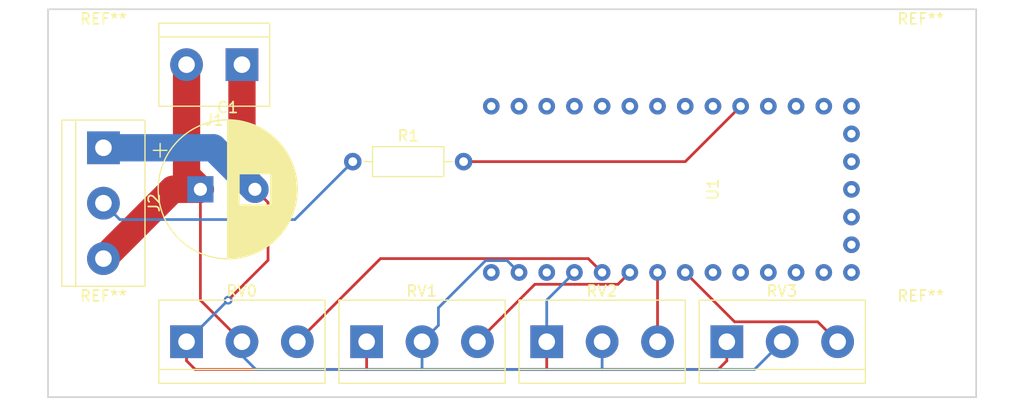
<source format=kicad_pcb>
(kicad_pcb (version 20171130) (host pcbnew "(5.0.0)")

  (general
    (thickness 1.6)
    (drawings 4)
    (tracks 56)
    (zones 0)
    (modules 13)
    (nets 35)
  )

  (page A4)
  (layers
    (0 F.Cu signal)
    (31 B.Cu signal)
    (32 B.Adhes user)
    (33 F.Adhes user)
    (34 B.Paste user)
    (35 F.Paste user)
    (36 B.SilkS user)
    (37 F.SilkS user)
    (38 B.Mask user)
    (39 F.Mask user)
    (40 Dwgs.User user)
    (41 Cmts.User user)
    (42 Eco1.User user)
    (43 Eco2.User user)
    (44 Edge.Cuts user)
    (45 Margin user)
    (46 B.CrtYd user)
    (47 F.CrtYd user)
    (48 B.Fab user)
    (49 F.Fab user)
  )

  (setup
    (last_trace_width 0.25)
    (user_trace_width 2.5)
    (trace_clearance 0.2)
    (zone_clearance 0.508)
    (zone_45_only no)
    (trace_min 0.2)
    (segment_width 0.2)
    (edge_width 0.15)
    (via_size 0.8)
    (via_drill 0.4)
    (via_min_size 0.4)
    (via_min_drill 0.3)
    (uvia_size 0.3)
    (uvia_drill 0.1)
    (uvias_allowed no)
    (uvia_min_size 0.2)
    (uvia_min_drill 0.1)
    (pcb_text_width 0.3)
    (pcb_text_size 1.5 1.5)
    (mod_edge_width 0.15)
    (mod_text_size 1 1)
    (mod_text_width 0.15)
    (pad_size 1.524 1.524)
    (pad_drill 0.762)
    (pad_to_mask_clearance 0.2)
    (aux_axis_origin 0 0)
    (visible_elements 7FFFFFFF)
    (pcbplotparams
      (layerselection 0x010fc_ffffffff)
      (usegerberextensions false)
      (usegerberattributes false)
      (usegerberadvancedattributes false)
      (creategerberjobfile false)
      (excludeedgelayer true)
      (linewidth 0.100000)
      (plotframeref false)
      (viasonmask false)
      (mode 1)
      (useauxorigin false)
      (hpglpennumber 1)
      (hpglpenspeed 20)
      (hpglpendiameter 15.000000)
      (psnegative false)
      (psa4output false)
      (plotreference true)
      (plotvalue true)
      (plotinvisibletext false)
      (padsonsilk false)
      (subtractmaskfromsilk false)
      (outputformat 1)
      (mirror false)
      (drillshape 1)
      (scaleselection 1)
      (outputdirectory ""))
  )

  (net 0 "")
  (net 1 +5V)
  (net 2 "Net-(J2-Pad2)")
  (net 3 GND)
  (net 4 Signal)
  (net 5 "Net-(U1-Pad9)")
  (net 6 "Net-(U1-Pad3)")
  (net 7 "Net-(U1-Pad10)")
  (net 8 "Net-(U1-Pad11)")
  (net 9 "Net-(U1-Pad12)")
  (net 10 "Net-(U1-Pad13)")
  (net 11 "Net-(U1-Pad1)")
  (net 12 "Net-(U1-Pad14)")
  (net 13 "Net-(U1-Pad15)")
  (net 14 "Net-(U1-Pad16)")
  (net 15 "Net-(U1-Pad17)")
  (net 16 "Net-(U1-Pad18)")
  (net 17 "Net-(U1-Pad19)")
  (net 18 "Net-(U1-Pad20)")
  (net 19 "Net-(U1-Pad21)")
  (net 20 "Net-(U1-Pad22)")
  (net 21 "Net-(U1-Pad23)")
  (net 22 "Net-(U1-Pad25)")
  (net 23 "Net-(U1-Pad26)")
  (net 24 "Net-(U1-Pad27)")
  (net 25 "Net-(U1-Pad28)")
  (net 26 "Net-(U1-Pad29)")
  (net 27 "Net-(U1-Pad30)")
  (net 28 "Net-(U1-Pad31)")
  (net 29 "Net-(U1-Pad32)")
  (net 30 "Net-(U1-Pad33)")
  (net 31 "Net-(RV0-Pad3)")
  (net 32 "Net-(RV1-Pad3)")
  (net 33 "Net-(RV2-Pad3)")
  (net 34 "Net-(RV3-Pad3)")

  (net_class Default "This is the default net class."
    (clearance 0.2)
    (trace_width 0.25)
    (via_dia 0.8)
    (via_drill 0.4)
    (uvia_dia 0.3)
    (uvia_drill 0.1)
    (add_net +5V)
    (add_net GND)
    (add_net "Net-(J2-Pad2)")
    (add_net "Net-(RV0-Pad3)")
    (add_net "Net-(RV1-Pad3)")
    (add_net "Net-(RV2-Pad3)")
    (add_net "Net-(RV3-Pad3)")
    (add_net "Net-(U1-Pad1)")
    (add_net "Net-(U1-Pad10)")
    (add_net "Net-(U1-Pad11)")
    (add_net "Net-(U1-Pad12)")
    (add_net "Net-(U1-Pad13)")
    (add_net "Net-(U1-Pad14)")
    (add_net "Net-(U1-Pad15)")
    (add_net "Net-(U1-Pad16)")
    (add_net "Net-(U1-Pad17)")
    (add_net "Net-(U1-Pad18)")
    (add_net "Net-(U1-Pad19)")
    (add_net "Net-(U1-Pad20)")
    (add_net "Net-(U1-Pad21)")
    (add_net "Net-(U1-Pad22)")
    (add_net "Net-(U1-Pad23)")
    (add_net "Net-(U1-Pad25)")
    (add_net "Net-(U1-Pad26)")
    (add_net "Net-(U1-Pad27)")
    (add_net "Net-(U1-Pad28)")
    (add_net "Net-(U1-Pad29)")
    (add_net "Net-(U1-Pad3)")
    (add_net "Net-(U1-Pad30)")
    (add_net "Net-(U1-Pad31)")
    (add_net "Net-(U1-Pad32)")
    (add_net "Net-(U1-Pad33)")
    (add_net "Net-(U1-Pad9)")
    (add_net Signal)
  )

  (module MountingHole:MountingHole_3.2mm_M3 (layer F.Cu) (tedit 56D1B4CB) (tstamp 60358307)
    (at 133.35 123.19)
    (descr "Mounting Hole 3.2mm, no annular, M3")
    (tags "mounting hole 3.2mm no annular m3")
    (attr virtual)
    (fp_text reference REF** (at 0 -4.2) (layer F.SilkS)
      (effects (font (size 1 1) (thickness 0.15)))
    )
    (fp_text value MountingHole_3.2mm_M3 (at 0 4.2) (layer F.Fab)
      (effects (font (size 1 1) (thickness 0.15)))
    )
    (fp_text user %R (at 0.3 0) (layer F.Fab)
      (effects (font (size 1 1) (thickness 0.15)))
    )
    (fp_circle (center 0 0) (end 3.2 0) (layer Cmts.User) (width 0.15))
    (fp_circle (center 0 0) (end 3.45 0) (layer F.CrtYd) (width 0.05))
    (pad 1 np_thru_hole circle (at 0 0) (size 3.2 3.2) (drill 3.2) (layers *.Cu *.Mask))
  )

  (module MountingHole:MountingHole_3.2mm_M3 (layer F.Cu) (tedit 56D1B4CB) (tstamp 60357082)
    (at 208.28 123.19)
    (descr "Mounting Hole 3.2mm, no annular, M3")
    (tags "mounting hole 3.2mm no annular m3")
    (attr virtual)
    (fp_text reference REF** (at 0 -4.2) (layer F.SilkS)
      (effects (font (size 1 1) (thickness 0.15)))
    )
    (fp_text value MountingHole_3.2mm_M3 (at 0 4.2) (layer F.Fab)
      (effects (font (size 1 1) (thickness 0.15)))
    )
    (fp_text user %R (at 0.3 0) (layer F.Fab)
      (effects (font (size 1 1) (thickness 0.15)))
    )
    (fp_circle (center 0 0) (end 3.2 0) (layer Cmts.User) (width 0.15))
    (fp_circle (center 0 0) (end 3.45 0) (layer F.CrtYd) (width 0.05))
    (pad 1 np_thru_hole circle (at 0 0) (size 3.2 3.2) (drill 3.2) (layers *.Cu *.Mask))
  )

  (module MountingHole:MountingHole_3.2mm_M3 (layer F.Cu) (tedit 56D1B4CB) (tstamp 60357082)
    (at 208.28 97.79)
    (descr "Mounting Hole 3.2mm, no annular, M3")
    (tags "mounting hole 3.2mm no annular m3")
    (attr virtual)
    (fp_text reference REF** (at 0 -4.2) (layer F.SilkS)
      (effects (font (size 1 1) (thickness 0.15)))
    )
    (fp_text value MountingHole_3.2mm_M3 (at 0 4.2) (layer F.Fab)
      (effects (font (size 1 1) (thickness 0.15)))
    )
    (fp_text user %R (at 0.3 0) (layer F.Fab)
      (effects (font (size 1 1) (thickness 0.15)))
    )
    (fp_circle (center 0 0) (end 3.2 0) (layer Cmts.User) (width 0.15))
    (fp_circle (center 0 0) (end 3.45 0) (layer F.CrtYd) (width 0.05))
    (pad 1 np_thru_hole circle (at 0 0) (size 3.2 3.2) (drill 3.2) (layers *.Cu *.Mask))
  )

  (module TerminalBlock:TerminalBlock_bornier-3_P5.08mm (layer F.Cu) (tedit 59FF03B9) (tstamp 60354C01)
    (at 190.5 123.19)
    (descr "simple 3-pin terminal block, pitch 5.08mm, revamped version of bornier3")
    (tags "terminal block bornier3")
    (path /602F751B)
    (fp_text reference RV3 (at 5.05 -4.65) (layer F.SilkS)
      (effects (font (size 1 1) (thickness 0.15)))
    )
    (fp_text value R_POT (at 5.08 5.08) (layer F.Fab)
      (effects (font (size 1 1) (thickness 0.15)))
    )
    (fp_line (start 12.88 4) (end -2.72 4) (layer F.CrtYd) (width 0.05))
    (fp_line (start 12.88 4) (end 12.88 -4) (layer F.CrtYd) (width 0.05))
    (fp_line (start -2.72 -4) (end -2.72 4) (layer F.CrtYd) (width 0.05))
    (fp_line (start -2.72 -4) (end 12.88 -4) (layer F.CrtYd) (width 0.05))
    (fp_line (start -2.54 3.81) (end 12.7 3.81) (layer F.SilkS) (width 0.12))
    (fp_line (start -2.54 -3.81) (end 12.7 -3.81) (layer F.SilkS) (width 0.12))
    (fp_line (start -2.54 2.54) (end 12.7 2.54) (layer F.SilkS) (width 0.12))
    (fp_line (start 12.7 3.81) (end 12.7 -3.81) (layer F.SilkS) (width 0.12))
    (fp_line (start -2.54 3.81) (end -2.54 -3.81) (layer F.SilkS) (width 0.12))
    (fp_line (start -2.47 3.75) (end -2.47 -3.75) (layer F.Fab) (width 0.1))
    (fp_line (start 12.63 3.75) (end -2.47 3.75) (layer F.Fab) (width 0.1))
    (fp_line (start 12.63 -3.75) (end 12.63 3.75) (layer F.Fab) (width 0.1))
    (fp_line (start -2.47 -3.75) (end 12.63 -3.75) (layer F.Fab) (width 0.1))
    (fp_line (start -2.47 2.55) (end 12.63 2.55) (layer F.Fab) (width 0.1))
    (fp_text user %R (at 5.08 0) (layer F.Fab)
      (effects (font (size 1 1) (thickness 0.15)))
    )
    (pad 3 thru_hole circle (at 10.16 0) (size 3 3) (drill 1.52) (layers *.Cu *.Mask)
      (net 34 "Net-(RV3-Pad3)"))
    (pad 2 thru_hole circle (at 5.08 0) (size 3 3) (drill 1.52) (layers *.Cu *.Mask)
      (net 1 +5V))
    (pad 1 thru_hole rect (at 0 0) (size 3 3) (drill 1.52) (layers *.Cu *.Mask)
      (net 3 GND))
    (model ${KISYS3DMOD}/TerminalBlock.3dshapes/TerminalBlock_bornier-3_P5.08mm.wrl
      (offset (xyz 5.079999923706055 0 0))
      (scale (xyz 1 1 1))
      (rotate (xyz 0 0 0))
    )
  )

  (module TerminalBlock:TerminalBlock_bornier-3_P5.08mm (layer F.Cu) (tedit 59FF03B9) (tstamp 60354BEB)
    (at 173.99 123.19)
    (descr "simple 3-pin terminal block, pitch 5.08mm, revamped version of bornier3")
    (tags "terminal block bornier3")
    (path /602F75E6)
    (fp_text reference RV2 (at 5.05 -4.65) (layer F.SilkS)
      (effects (font (size 1 1) (thickness 0.15)))
    )
    (fp_text value R_POT (at 5.08 5.08) (layer F.Fab)
      (effects (font (size 1 1) (thickness 0.15)))
    )
    (fp_text user %R (at 5.08 0) (layer F.Fab)
      (effects (font (size 1 1) (thickness 0.15)))
    )
    (fp_line (start -2.47 2.55) (end 12.63 2.55) (layer F.Fab) (width 0.1))
    (fp_line (start -2.47 -3.75) (end 12.63 -3.75) (layer F.Fab) (width 0.1))
    (fp_line (start 12.63 -3.75) (end 12.63 3.75) (layer F.Fab) (width 0.1))
    (fp_line (start 12.63 3.75) (end -2.47 3.75) (layer F.Fab) (width 0.1))
    (fp_line (start -2.47 3.75) (end -2.47 -3.75) (layer F.Fab) (width 0.1))
    (fp_line (start -2.54 3.81) (end -2.54 -3.81) (layer F.SilkS) (width 0.12))
    (fp_line (start 12.7 3.81) (end 12.7 -3.81) (layer F.SilkS) (width 0.12))
    (fp_line (start -2.54 2.54) (end 12.7 2.54) (layer F.SilkS) (width 0.12))
    (fp_line (start -2.54 -3.81) (end 12.7 -3.81) (layer F.SilkS) (width 0.12))
    (fp_line (start -2.54 3.81) (end 12.7 3.81) (layer F.SilkS) (width 0.12))
    (fp_line (start -2.72 -4) (end 12.88 -4) (layer F.CrtYd) (width 0.05))
    (fp_line (start -2.72 -4) (end -2.72 4) (layer F.CrtYd) (width 0.05))
    (fp_line (start 12.88 4) (end 12.88 -4) (layer F.CrtYd) (width 0.05))
    (fp_line (start 12.88 4) (end -2.72 4) (layer F.CrtYd) (width 0.05))
    (pad 1 thru_hole rect (at 0 0) (size 3 3) (drill 1.52) (layers *.Cu *.Mask)
      (net 3 GND))
    (pad 2 thru_hole circle (at 5.08 0) (size 3 3) (drill 1.52) (layers *.Cu *.Mask)
      (net 1 +5V))
    (pad 3 thru_hole circle (at 10.16 0) (size 3 3) (drill 1.52) (layers *.Cu *.Mask)
      (net 33 "Net-(RV2-Pad3)"))
    (model ${KISYS3DMOD}/TerminalBlock.3dshapes/TerminalBlock_bornier-3_P5.08mm.wrl
      (offset (xyz 5.079999923706055 0 0))
      (scale (xyz 1 1 1))
      (rotate (xyz 0 0 0))
    )
  )

  (module TerminalBlock:TerminalBlock_bornier-3_P5.08mm (layer F.Cu) (tedit 59FF03B9) (tstamp 60354BD5)
    (at 157.48 123.19)
    (descr "simple 3-pin terminal block, pitch 5.08mm, revamped version of bornier3")
    (tags "terminal block bornier3")
    (path /602F762E)
    (fp_text reference RV1 (at 5.05 -4.65) (layer F.SilkS)
      (effects (font (size 1 1) (thickness 0.15)))
    )
    (fp_text value R_POT (at 5.08 5.08) (layer F.Fab)
      (effects (font (size 1 1) (thickness 0.15)))
    )
    (fp_line (start 12.88 4) (end -2.72 4) (layer F.CrtYd) (width 0.05))
    (fp_line (start 12.88 4) (end 12.88 -4) (layer F.CrtYd) (width 0.05))
    (fp_line (start -2.72 -4) (end -2.72 4) (layer F.CrtYd) (width 0.05))
    (fp_line (start -2.72 -4) (end 12.88 -4) (layer F.CrtYd) (width 0.05))
    (fp_line (start -2.54 3.81) (end 12.7 3.81) (layer F.SilkS) (width 0.12))
    (fp_line (start -2.54 -3.81) (end 12.7 -3.81) (layer F.SilkS) (width 0.12))
    (fp_line (start -2.54 2.54) (end 12.7 2.54) (layer F.SilkS) (width 0.12))
    (fp_line (start 12.7 3.81) (end 12.7 -3.81) (layer F.SilkS) (width 0.12))
    (fp_line (start -2.54 3.81) (end -2.54 -3.81) (layer F.SilkS) (width 0.12))
    (fp_line (start -2.47 3.75) (end -2.47 -3.75) (layer F.Fab) (width 0.1))
    (fp_line (start 12.63 3.75) (end -2.47 3.75) (layer F.Fab) (width 0.1))
    (fp_line (start 12.63 -3.75) (end 12.63 3.75) (layer F.Fab) (width 0.1))
    (fp_line (start -2.47 -3.75) (end 12.63 -3.75) (layer F.Fab) (width 0.1))
    (fp_line (start -2.47 2.55) (end 12.63 2.55) (layer F.Fab) (width 0.1))
    (fp_text user %R (at 5.08 0) (layer F.Fab)
      (effects (font (size 1 1) (thickness 0.15)))
    )
    (pad 3 thru_hole circle (at 10.16 0) (size 3 3) (drill 1.52) (layers *.Cu *.Mask)
      (net 32 "Net-(RV1-Pad3)"))
    (pad 2 thru_hole circle (at 5.08 0) (size 3 3) (drill 1.52) (layers *.Cu *.Mask)
      (net 1 +5V))
    (pad 1 thru_hole rect (at 0 0) (size 3 3) (drill 1.52) (layers *.Cu *.Mask)
      (net 3 GND))
    (model ${KISYS3DMOD}/TerminalBlock.3dshapes/TerminalBlock_bornier-3_P5.08mm.wrl
      (offset (xyz 5.079999923706055 0 0))
      (scale (xyz 1 1 1))
      (rotate (xyz 0 0 0))
    )
  )

  (module TerminalBlock:TerminalBlock_bornier-3_P5.08mm (layer F.Cu) (tedit 59FF03B9) (tstamp 60354BBF)
    (at 140.97 123.19)
    (descr "simple 3-pin terminal block, pitch 5.08mm, revamped version of bornier3")
    (tags "terminal block bornier3")
    (path /602F767B)
    (fp_text reference RV0 (at 5.05 -4.65) (layer F.SilkS)
      (effects (font (size 1 1) (thickness 0.15)))
    )
    (fp_text value R_POT (at 5.08 5.08) (layer F.Fab)
      (effects (font (size 1 1) (thickness 0.15)))
    )
    (fp_text user %R (at 5.08 0) (layer F.Fab)
      (effects (font (size 1 1) (thickness 0.15)))
    )
    (fp_line (start -2.47 2.55) (end 12.63 2.55) (layer F.Fab) (width 0.1))
    (fp_line (start -2.47 -3.75) (end 12.63 -3.75) (layer F.Fab) (width 0.1))
    (fp_line (start 12.63 -3.75) (end 12.63 3.75) (layer F.Fab) (width 0.1))
    (fp_line (start 12.63 3.75) (end -2.47 3.75) (layer F.Fab) (width 0.1))
    (fp_line (start -2.47 3.75) (end -2.47 -3.75) (layer F.Fab) (width 0.1))
    (fp_line (start -2.54 3.81) (end -2.54 -3.81) (layer F.SilkS) (width 0.12))
    (fp_line (start 12.7 3.81) (end 12.7 -3.81) (layer F.SilkS) (width 0.12))
    (fp_line (start -2.54 2.54) (end 12.7 2.54) (layer F.SilkS) (width 0.12))
    (fp_line (start -2.54 -3.81) (end 12.7 -3.81) (layer F.SilkS) (width 0.12))
    (fp_line (start -2.54 3.81) (end 12.7 3.81) (layer F.SilkS) (width 0.12))
    (fp_line (start -2.72 -4) (end 12.88 -4) (layer F.CrtYd) (width 0.05))
    (fp_line (start -2.72 -4) (end -2.72 4) (layer F.CrtYd) (width 0.05))
    (fp_line (start 12.88 4) (end 12.88 -4) (layer F.CrtYd) (width 0.05))
    (fp_line (start 12.88 4) (end -2.72 4) (layer F.CrtYd) (width 0.05))
    (pad 1 thru_hole rect (at 0 0) (size 3 3) (drill 1.52) (layers *.Cu *.Mask)
      (net 3 GND))
    (pad 2 thru_hole circle (at 5.08 0) (size 3 3) (drill 1.52) (layers *.Cu *.Mask)
      (net 1 +5V))
    (pad 3 thru_hole circle (at 10.16 0) (size 3 3) (drill 1.52) (layers *.Cu *.Mask)
      (net 31 "Net-(RV0-Pad3)"))
    (model ${KISYS3DMOD}/TerminalBlock.3dshapes/TerminalBlock_bornier-3_P5.08mm.wrl
      (offset (xyz 5.079999923706055 0 0))
      (scale (xyz 1 1 1))
      (rotate (xyz 0 0 0))
    )
  )

  (module Socket:itsy_bitsy (layer F.Cu) (tedit 602F4B36) (tstamp 60351037)
    (at 168.91 116.84 90)
    (path /602F6D1C)
    (fp_text reference U1 (at 7.62 20.32 90) (layer F.SilkS)
      (effects (font (size 1 1) (thickness 0.15)))
    )
    (fp_text value itsy_bitsy (at 7.62 17.78 90) (layer F.Fab)
      (effects (font (size 1 1) (thickness 0.15)))
    )
    (pad 1 thru_hole circle (at 0 0 90) (size 1.524 1.524) (drill 0.762) (layers *.Cu *.Mask)
      (net 11 "Net-(U1-Pad1)"))
    (pad 2 thru_hole circle (at 0 2.54 90) (size 1.524 1.524) (drill 0.762) (layers *.Cu *.Mask)
      (net 1 +5V))
    (pad 3 thru_hole circle (at 0 5.08 90) (size 1.524 1.524) (drill 0.762) (layers *.Cu *.Mask)
      (net 6 "Net-(U1-Pad3)"))
    (pad 4 thru_hole circle (at 0 7.62 90) (size 1.524 1.524) (drill 0.762) (layers *.Cu *.Mask)
      (net 3 GND))
    (pad 5 thru_hole circle (at 0 10.16 90) (size 1.524 1.524) (drill 0.762) (layers *.Cu *.Mask)
      (net 31 "Net-(RV0-Pad3)"))
    (pad 6 thru_hole circle (at 0 12.7 90) (size 1.524 1.524) (drill 0.762) (layers *.Cu *.Mask)
      (net 32 "Net-(RV1-Pad3)"))
    (pad 7 thru_hole circle (at 0 15.24 90) (size 1.524 1.524) (drill 0.762) (layers *.Cu *.Mask)
      (net 33 "Net-(RV2-Pad3)"))
    (pad 8 thru_hole circle (at 0 17.78 90) (size 1.524 1.524) (drill 0.762) (layers *.Cu *.Mask)
      (net 34 "Net-(RV3-Pad3)"))
    (pad 9 thru_hole circle (at 0 20.32 90) (size 1.524 1.524) (drill 0.762) (layers *.Cu *.Mask)
      (net 5 "Net-(U1-Pad9)"))
    (pad 10 thru_hole circle (at 0 22.86 90) (size 1.524 1.524) (drill 0.762) (layers *.Cu *.Mask)
      (net 7 "Net-(U1-Pad10)"))
    (pad 11 thru_hole circle (at 0 25.4 90) (size 1.524 1.524) (drill 0.762) (layers *.Cu *.Mask)
      (net 8 "Net-(U1-Pad11)"))
    (pad 12 thru_hole circle (at 0 27.94 90) (size 1.524 1.524) (drill 0.762) (layers *.Cu *.Mask)
      (net 9 "Net-(U1-Pad12)"))
    (pad 13 thru_hole circle (at 0 30.48 90) (size 1.524 1.524) (drill 0.762) (layers *.Cu *.Mask)
      (net 10 "Net-(U1-Pad13)"))
    (pad 14 thru_hole circle (at 0 33.02 90) (size 1.524 1.524) (drill 0.762) (layers *.Cu *.Mask)
      (net 12 "Net-(U1-Pad14)"))
    (pad 15 thru_hole circle (at 2.54 33.02 90) (size 1.524 1.524) (drill 0.762) (layers *.Cu *.Mask)
      (net 13 "Net-(U1-Pad15)"))
    (pad 16 thru_hole circle (at 5.08 33.02 90) (size 1.524 1.524) (drill 0.762) (layers *.Cu *.Mask)
      (net 14 "Net-(U1-Pad16)"))
    (pad 17 thru_hole circle (at 7.62 33.02 90) (size 1.524 1.524) (drill 0.762) (layers *.Cu *.Mask)
      (net 15 "Net-(U1-Pad17)"))
    (pad 18 thru_hole circle (at 10.16 33.02 90) (size 1.524 1.524) (drill 0.762) (layers *.Cu *.Mask)
      (net 16 "Net-(U1-Pad18)"))
    (pad 19 thru_hole circle (at 12.7 33.02 90) (size 1.524 1.524) (drill 0.762) (layers *.Cu *.Mask)
      (net 17 "Net-(U1-Pad19)"))
    (pad 20 thru_hole circle (at 15.24 33.02 90) (size 1.524 1.524) (drill 0.762) (layers *.Cu *.Mask)
      (net 18 "Net-(U1-Pad20)"))
    (pad 21 thru_hole circle (at 15.24 30.48 90) (size 1.524 1.524) (drill 0.762) (layers *.Cu *.Mask)
      (net 19 "Net-(U1-Pad21)"))
    (pad 22 thru_hole circle (at 15.24 27.94 90) (size 1.524 1.524) (drill 0.762) (layers *.Cu *.Mask)
      (net 20 "Net-(U1-Pad22)"))
    (pad 23 thru_hole circle (at 15.24 25.4 90) (size 1.524 1.524) (drill 0.762) (layers *.Cu *.Mask)
      (net 21 "Net-(U1-Pad23)"))
    (pad 24 thru_hole circle (at 15.24 22.86 90) (size 1.524 1.524) (drill 0.762) (layers *.Cu *.Mask)
      (net 4 Signal))
    (pad 25 thru_hole circle (at 15.24 20.32 90) (size 1.524 1.524) (drill 0.762) (layers *.Cu *.Mask)
      (net 22 "Net-(U1-Pad25)"))
    (pad 26 thru_hole circle (at 15.24 17.78 90) (size 1.524 1.524) (drill 0.762) (layers *.Cu *.Mask)
      (net 23 "Net-(U1-Pad26)"))
    (pad 27 thru_hole circle (at 15.24 15.24 90) (size 1.524 1.524) (drill 0.762) (layers *.Cu *.Mask)
      (net 24 "Net-(U1-Pad27)"))
    (pad 28 thru_hole circle (at 15.24 12.7 90) (size 1.524 1.524) (drill 0.762) (layers *.Cu *.Mask)
      (net 25 "Net-(U1-Pad28)"))
    (pad 29 thru_hole circle (at 15.24 10.16 90) (size 1.524 1.524) (drill 0.762) (layers *.Cu *.Mask)
      (net 26 "Net-(U1-Pad29)"))
    (pad 30 thru_hole circle (at 15.24 7.62 90) (size 1.524 1.524) (drill 0.762) (layers *.Cu *.Mask)
      (net 27 "Net-(U1-Pad30)"))
    (pad 31 thru_hole circle (at 15.24 5.08 90) (size 1.524 1.524) (drill 0.762) (layers *.Cu *.Mask)
      (net 28 "Net-(U1-Pad31)"))
    (pad 32 thru_hole circle (at 15.24 2.54 90) (size 1.524 1.524) (drill 0.762) (layers *.Cu *.Mask)
      (net 29 "Net-(U1-Pad32)"))
    (pad 33 thru_hole circle (at 15.24 0 90) (size 1.524 1.524) (drill 0.762) (layers *.Cu *.Mask)
      (net 30 "Net-(U1-Pad33)"))
  )

  (module Capacitor_THT:CP_Radial_D12.5mm_P5.00mm (layer F.Cu) (tedit 5AE50EF1) (tstamp 603579D3)
    (at 142.24 109.22)
    (descr "CP, Radial series, Radial, pin pitch=5.00mm, , diameter=12.5mm, Electrolytic Capacitor")
    (tags "CP Radial series Radial pin pitch 5.00mm  diameter 12.5mm Electrolytic Capacitor")
    (path /602F1825)
    (fp_text reference C1 (at 2.5 -7.5) (layer F.SilkS)
      (effects (font (size 1 1) (thickness 0.15)))
    )
    (fp_text value 4700uF (at 2.5 7.5) (layer F.Fab)
      (effects (font (size 1 1) (thickness 0.15)))
    )
    (fp_circle (center 2.5 0) (end 8.75 0) (layer F.Fab) (width 0.1))
    (fp_circle (center 2.5 0) (end 8.87 0) (layer F.SilkS) (width 0.12))
    (fp_circle (center 2.5 0) (end 9 0) (layer F.CrtYd) (width 0.05))
    (fp_line (start -2.866489 -2.7375) (end -1.616489 -2.7375) (layer F.Fab) (width 0.1))
    (fp_line (start -2.241489 -3.3625) (end -2.241489 -2.1125) (layer F.Fab) (width 0.1))
    (fp_line (start 2.5 -6.33) (end 2.5 6.33) (layer F.SilkS) (width 0.12))
    (fp_line (start 2.54 -6.33) (end 2.54 6.33) (layer F.SilkS) (width 0.12))
    (fp_line (start 2.58 -6.33) (end 2.58 6.33) (layer F.SilkS) (width 0.12))
    (fp_line (start 2.62 -6.329) (end 2.62 6.329) (layer F.SilkS) (width 0.12))
    (fp_line (start 2.66 -6.328) (end 2.66 6.328) (layer F.SilkS) (width 0.12))
    (fp_line (start 2.7 -6.327) (end 2.7 6.327) (layer F.SilkS) (width 0.12))
    (fp_line (start 2.74 -6.326) (end 2.74 6.326) (layer F.SilkS) (width 0.12))
    (fp_line (start 2.78 -6.324) (end 2.78 6.324) (layer F.SilkS) (width 0.12))
    (fp_line (start 2.82 -6.322) (end 2.82 6.322) (layer F.SilkS) (width 0.12))
    (fp_line (start 2.86 -6.32) (end 2.86 6.32) (layer F.SilkS) (width 0.12))
    (fp_line (start 2.9 -6.318) (end 2.9 6.318) (layer F.SilkS) (width 0.12))
    (fp_line (start 2.94 -6.315) (end 2.94 6.315) (layer F.SilkS) (width 0.12))
    (fp_line (start 2.98 -6.312) (end 2.98 6.312) (layer F.SilkS) (width 0.12))
    (fp_line (start 3.02 -6.309) (end 3.02 6.309) (layer F.SilkS) (width 0.12))
    (fp_line (start 3.06 -6.306) (end 3.06 6.306) (layer F.SilkS) (width 0.12))
    (fp_line (start 3.1 -6.302) (end 3.1 6.302) (layer F.SilkS) (width 0.12))
    (fp_line (start 3.14 -6.298) (end 3.14 6.298) (layer F.SilkS) (width 0.12))
    (fp_line (start 3.18 -6.294) (end 3.18 6.294) (layer F.SilkS) (width 0.12))
    (fp_line (start 3.221 -6.29) (end 3.221 6.29) (layer F.SilkS) (width 0.12))
    (fp_line (start 3.261 -6.285) (end 3.261 6.285) (layer F.SilkS) (width 0.12))
    (fp_line (start 3.301 -6.28) (end 3.301 6.28) (layer F.SilkS) (width 0.12))
    (fp_line (start 3.341 -6.275) (end 3.341 6.275) (layer F.SilkS) (width 0.12))
    (fp_line (start 3.381 -6.269) (end 3.381 6.269) (layer F.SilkS) (width 0.12))
    (fp_line (start 3.421 -6.264) (end 3.421 6.264) (layer F.SilkS) (width 0.12))
    (fp_line (start 3.461 -6.258) (end 3.461 6.258) (layer F.SilkS) (width 0.12))
    (fp_line (start 3.501 -6.252) (end 3.501 6.252) (layer F.SilkS) (width 0.12))
    (fp_line (start 3.541 -6.245) (end 3.541 6.245) (layer F.SilkS) (width 0.12))
    (fp_line (start 3.581 -6.238) (end 3.581 -1.44) (layer F.SilkS) (width 0.12))
    (fp_line (start 3.581 1.44) (end 3.581 6.238) (layer F.SilkS) (width 0.12))
    (fp_line (start 3.621 -6.231) (end 3.621 -1.44) (layer F.SilkS) (width 0.12))
    (fp_line (start 3.621 1.44) (end 3.621 6.231) (layer F.SilkS) (width 0.12))
    (fp_line (start 3.661 -6.224) (end 3.661 -1.44) (layer F.SilkS) (width 0.12))
    (fp_line (start 3.661 1.44) (end 3.661 6.224) (layer F.SilkS) (width 0.12))
    (fp_line (start 3.701 -6.216) (end 3.701 -1.44) (layer F.SilkS) (width 0.12))
    (fp_line (start 3.701 1.44) (end 3.701 6.216) (layer F.SilkS) (width 0.12))
    (fp_line (start 3.741 -6.209) (end 3.741 -1.44) (layer F.SilkS) (width 0.12))
    (fp_line (start 3.741 1.44) (end 3.741 6.209) (layer F.SilkS) (width 0.12))
    (fp_line (start 3.781 -6.201) (end 3.781 -1.44) (layer F.SilkS) (width 0.12))
    (fp_line (start 3.781 1.44) (end 3.781 6.201) (layer F.SilkS) (width 0.12))
    (fp_line (start 3.821 -6.192) (end 3.821 -1.44) (layer F.SilkS) (width 0.12))
    (fp_line (start 3.821 1.44) (end 3.821 6.192) (layer F.SilkS) (width 0.12))
    (fp_line (start 3.861 -6.184) (end 3.861 -1.44) (layer F.SilkS) (width 0.12))
    (fp_line (start 3.861 1.44) (end 3.861 6.184) (layer F.SilkS) (width 0.12))
    (fp_line (start 3.901 -6.175) (end 3.901 -1.44) (layer F.SilkS) (width 0.12))
    (fp_line (start 3.901 1.44) (end 3.901 6.175) (layer F.SilkS) (width 0.12))
    (fp_line (start 3.941 -6.166) (end 3.941 -1.44) (layer F.SilkS) (width 0.12))
    (fp_line (start 3.941 1.44) (end 3.941 6.166) (layer F.SilkS) (width 0.12))
    (fp_line (start 3.981 -6.156) (end 3.981 -1.44) (layer F.SilkS) (width 0.12))
    (fp_line (start 3.981 1.44) (end 3.981 6.156) (layer F.SilkS) (width 0.12))
    (fp_line (start 4.021 -6.146) (end 4.021 -1.44) (layer F.SilkS) (width 0.12))
    (fp_line (start 4.021 1.44) (end 4.021 6.146) (layer F.SilkS) (width 0.12))
    (fp_line (start 4.061 -6.137) (end 4.061 -1.44) (layer F.SilkS) (width 0.12))
    (fp_line (start 4.061 1.44) (end 4.061 6.137) (layer F.SilkS) (width 0.12))
    (fp_line (start 4.101 -6.126) (end 4.101 -1.44) (layer F.SilkS) (width 0.12))
    (fp_line (start 4.101 1.44) (end 4.101 6.126) (layer F.SilkS) (width 0.12))
    (fp_line (start 4.141 -6.116) (end 4.141 -1.44) (layer F.SilkS) (width 0.12))
    (fp_line (start 4.141 1.44) (end 4.141 6.116) (layer F.SilkS) (width 0.12))
    (fp_line (start 4.181 -6.105) (end 4.181 -1.44) (layer F.SilkS) (width 0.12))
    (fp_line (start 4.181 1.44) (end 4.181 6.105) (layer F.SilkS) (width 0.12))
    (fp_line (start 4.221 -6.094) (end 4.221 -1.44) (layer F.SilkS) (width 0.12))
    (fp_line (start 4.221 1.44) (end 4.221 6.094) (layer F.SilkS) (width 0.12))
    (fp_line (start 4.261 -6.083) (end 4.261 -1.44) (layer F.SilkS) (width 0.12))
    (fp_line (start 4.261 1.44) (end 4.261 6.083) (layer F.SilkS) (width 0.12))
    (fp_line (start 4.301 -6.071) (end 4.301 -1.44) (layer F.SilkS) (width 0.12))
    (fp_line (start 4.301 1.44) (end 4.301 6.071) (layer F.SilkS) (width 0.12))
    (fp_line (start 4.341 -6.059) (end 4.341 -1.44) (layer F.SilkS) (width 0.12))
    (fp_line (start 4.341 1.44) (end 4.341 6.059) (layer F.SilkS) (width 0.12))
    (fp_line (start 4.381 -6.047) (end 4.381 -1.44) (layer F.SilkS) (width 0.12))
    (fp_line (start 4.381 1.44) (end 4.381 6.047) (layer F.SilkS) (width 0.12))
    (fp_line (start 4.421 -6.034) (end 4.421 -1.44) (layer F.SilkS) (width 0.12))
    (fp_line (start 4.421 1.44) (end 4.421 6.034) (layer F.SilkS) (width 0.12))
    (fp_line (start 4.461 -6.021) (end 4.461 -1.44) (layer F.SilkS) (width 0.12))
    (fp_line (start 4.461 1.44) (end 4.461 6.021) (layer F.SilkS) (width 0.12))
    (fp_line (start 4.501 -6.008) (end 4.501 -1.44) (layer F.SilkS) (width 0.12))
    (fp_line (start 4.501 1.44) (end 4.501 6.008) (layer F.SilkS) (width 0.12))
    (fp_line (start 4.541 -5.995) (end 4.541 -1.44) (layer F.SilkS) (width 0.12))
    (fp_line (start 4.541 1.44) (end 4.541 5.995) (layer F.SilkS) (width 0.12))
    (fp_line (start 4.581 -5.981) (end 4.581 -1.44) (layer F.SilkS) (width 0.12))
    (fp_line (start 4.581 1.44) (end 4.581 5.981) (layer F.SilkS) (width 0.12))
    (fp_line (start 4.621 -5.967) (end 4.621 -1.44) (layer F.SilkS) (width 0.12))
    (fp_line (start 4.621 1.44) (end 4.621 5.967) (layer F.SilkS) (width 0.12))
    (fp_line (start 4.661 -5.953) (end 4.661 -1.44) (layer F.SilkS) (width 0.12))
    (fp_line (start 4.661 1.44) (end 4.661 5.953) (layer F.SilkS) (width 0.12))
    (fp_line (start 4.701 -5.939) (end 4.701 -1.44) (layer F.SilkS) (width 0.12))
    (fp_line (start 4.701 1.44) (end 4.701 5.939) (layer F.SilkS) (width 0.12))
    (fp_line (start 4.741 -5.924) (end 4.741 -1.44) (layer F.SilkS) (width 0.12))
    (fp_line (start 4.741 1.44) (end 4.741 5.924) (layer F.SilkS) (width 0.12))
    (fp_line (start 4.781 -5.908) (end 4.781 -1.44) (layer F.SilkS) (width 0.12))
    (fp_line (start 4.781 1.44) (end 4.781 5.908) (layer F.SilkS) (width 0.12))
    (fp_line (start 4.821 -5.893) (end 4.821 -1.44) (layer F.SilkS) (width 0.12))
    (fp_line (start 4.821 1.44) (end 4.821 5.893) (layer F.SilkS) (width 0.12))
    (fp_line (start 4.861 -5.877) (end 4.861 -1.44) (layer F.SilkS) (width 0.12))
    (fp_line (start 4.861 1.44) (end 4.861 5.877) (layer F.SilkS) (width 0.12))
    (fp_line (start 4.901 -5.861) (end 4.901 -1.44) (layer F.SilkS) (width 0.12))
    (fp_line (start 4.901 1.44) (end 4.901 5.861) (layer F.SilkS) (width 0.12))
    (fp_line (start 4.941 -5.845) (end 4.941 -1.44) (layer F.SilkS) (width 0.12))
    (fp_line (start 4.941 1.44) (end 4.941 5.845) (layer F.SilkS) (width 0.12))
    (fp_line (start 4.981 -5.828) (end 4.981 -1.44) (layer F.SilkS) (width 0.12))
    (fp_line (start 4.981 1.44) (end 4.981 5.828) (layer F.SilkS) (width 0.12))
    (fp_line (start 5.021 -5.811) (end 5.021 -1.44) (layer F.SilkS) (width 0.12))
    (fp_line (start 5.021 1.44) (end 5.021 5.811) (layer F.SilkS) (width 0.12))
    (fp_line (start 5.061 -5.793) (end 5.061 -1.44) (layer F.SilkS) (width 0.12))
    (fp_line (start 5.061 1.44) (end 5.061 5.793) (layer F.SilkS) (width 0.12))
    (fp_line (start 5.101 -5.776) (end 5.101 -1.44) (layer F.SilkS) (width 0.12))
    (fp_line (start 5.101 1.44) (end 5.101 5.776) (layer F.SilkS) (width 0.12))
    (fp_line (start 5.141 -5.758) (end 5.141 -1.44) (layer F.SilkS) (width 0.12))
    (fp_line (start 5.141 1.44) (end 5.141 5.758) (layer F.SilkS) (width 0.12))
    (fp_line (start 5.181 -5.739) (end 5.181 -1.44) (layer F.SilkS) (width 0.12))
    (fp_line (start 5.181 1.44) (end 5.181 5.739) (layer F.SilkS) (width 0.12))
    (fp_line (start 5.221 -5.721) (end 5.221 -1.44) (layer F.SilkS) (width 0.12))
    (fp_line (start 5.221 1.44) (end 5.221 5.721) (layer F.SilkS) (width 0.12))
    (fp_line (start 5.261 -5.702) (end 5.261 -1.44) (layer F.SilkS) (width 0.12))
    (fp_line (start 5.261 1.44) (end 5.261 5.702) (layer F.SilkS) (width 0.12))
    (fp_line (start 5.301 -5.682) (end 5.301 -1.44) (layer F.SilkS) (width 0.12))
    (fp_line (start 5.301 1.44) (end 5.301 5.682) (layer F.SilkS) (width 0.12))
    (fp_line (start 5.341 -5.662) (end 5.341 -1.44) (layer F.SilkS) (width 0.12))
    (fp_line (start 5.341 1.44) (end 5.341 5.662) (layer F.SilkS) (width 0.12))
    (fp_line (start 5.381 -5.642) (end 5.381 -1.44) (layer F.SilkS) (width 0.12))
    (fp_line (start 5.381 1.44) (end 5.381 5.642) (layer F.SilkS) (width 0.12))
    (fp_line (start 5.421 -5.622) (end 5.421 -1.44) (layer F.SilkS) (width 0.12))
    (fp_line (start 5.421 1.44) (end 5.421 5.622) (layer F.SilkS) (width 0.12))
    (fp_line (start 5.461 -5.601) (end 5.461 -1.44) (layer F.SilkS) (width 0.12))
    (fp_line (start 5.461 1.44) (end 5.461 5.601) (layer F.SilkS) (width 0.12))
    (fp_line (start 5.501 -5.58) (end 5.501 -1.44) (layer F.SilkS) (width 0.12))
    (fp_line (start 5.501 1.44) (end 5.501 5.58) (layer F.SilkS) (width 0.12))
    (fp_line (start 5.541 -5.558) (end 5.541 -1.44) (layer F.SilkS) (width 0.12))
    (fp_line (start 5.541 1.44) (end 5.541 5.558) (layer F.SilkS) (width 0.12))
    (fp_line (start 5.581 -5.536) (end 5.581 -1.44) (layer F.SilkS) (width 0.12))
    (fp_line (start 5.581 1.44) (end 5.581 5.536) (layer F.SilkS) (width 0.12))
    (fp_line (start 5.621 -5.514) (end 5.621 -1.44) (layer F.SilkS) (width 0.12))
    (fp_line (start 5.621 1.44) (end 5.621 5.514) (layer F.SilkS) (width 0.12))
    (fp_line (start 5.661 -5.491) (end 5.661 -1.44) (layer F.SilkS) (width 0.12))
    (fp_line (start 5.661 1.44) (end 5.661 5.491) (layer F.SilkS) (width 0.12))
    (fp_line (start 5.701 -5.468) (end 5.701 -1.44) (layer F.SilkS) (width 0.12))
    (fp_line (start 5.701 1.44) (end 5.701 5.468) (layer F.SilkS) (width 0.12))
    (fp_line (start 5.741 -5.445) (end 5.741 -1.44) (layer F.SilkS) (width 0.12))
    (fp_line (start 5.741 1.44) (end 5.741 5.445) (layer F.SilkS) (width 0.12))
    (fp_line (start 5.781 -5.421) (end 5.781 -1.44) (layer F.SilkS) (width 0.12))
    (fp_line (start 5.781 1.44) (end 5.781 5.421) (layer F.SilkS) (width 0.12))
    (fp_line (start 5.821 -5.397) (end 5.821 -1.44) (layer F.SilkS) (width 0.12))
    (fp_line (start 5.821 1.44) (end 5.821 5.397) (layer F.SilkS) (width 0.12))
    (fp_line (start 5.861 -5.372) (end 5.861 -1.44) (layer F.SilkS) (width 0.12))
    (fp_line (start 5.861 1.44) (end 5.861 5.372) (layer F.SilkS) (width 0.12))
    (fp_line (start 5.901 -5.347) (end 5.901 -1.44) (layer F.SilkS) (width 0.12))
    (fp_line (start 5.901 1.44) (end 5.901 5.347) (layer F.SilkS) (width 0.12))
    (fp_line (start 5.941 -5.322) (end 5.941 -1.44) (layer F.SilkS) (width 0.12))
    (fp_line (start 5.941 1.44) (end 5.941 5.322) (layer F.SilkS) (width 0.12))
    (fp_line (start 5.981 -5.296) (end 5.981 -1.44) (layer F.SilkS) (width 0.12))
    (fp_line (start 5.981 1.44) (end 5.981 5.296) (layer F.SilkS) (width 0.12))
    (fp_line (start 6.021 -5.27) (end 6.021 -1.44) (layer F.SilkS) (width 0.12))
    (fp_line (start 6.021 1.44) (end 6.021 5.27) (layer F.SilkS) (width 0.12))
    (fp_line (start 6.061 -5.243) (end 6.061 -1.44) (layer F.SilkS) (width 0.12))
    (fp_line (start 6.061 1.44) (end 6.061 5.243) (layer F.SilkS) (width 0.12))
    (fp_line (start 6.101 -5.216) (end 6.101 -1.44) (layer F.SilkS) (width 0.12))
    (fp_line (start 6.101 1.44) (end 6.101 5.216) (layer F.SilkS) (width 0.12))
    (fp_line (start 6.141 -5.188) (end 6.141 -1.44) (layer F.SilkS) (width 0.12))
    (fp_line (start 6.141 1.44) (end 6.141 5.188) (layer F.SilkS) (width 0.12))
    (fp_line (start 6.181 -5.16) (end 6.181 -1.44) (layer F.SilkS) (width 0.12))
    (fp_line (start 6.181 1.44) (end 6.181 5.16) (layer F.SilkS) (width 0.12))
    (fp_line (start 6.221 -5.131) (end 6.221 -1.44) (layer F.SilkS) (width 0.12))
    (fp_line (start 6.221 1.44) (end 6.221 5.131) (layer F.SilkS) (width 0.12))
    (fp_line (start 6.261 -5.102) (end 6.261 -1.44) (layer F.SilkS) (width 0.12))
    (fp_line (start 6.261 1.44) (end 6.261 5.102) (layer F.SilkS) (width 0.12))
    (fp_line (start 6.301 -5.073) (end 6.301 -1.44) (layer F.SilkS) (width 0.12))
    (fp_line (start 6.301 1.44) (end 6.301 5.073) (layer F.SilkS) (width 0.12))
    (fp_line (start 6.341 -5.043) (end 6.341 -1.44) (layer F.SilkS) (width 0.12))
    (fp_line (start 6.341 1.44) (end 6.341 5.043) (layer F.SilkS) (width 0.12))
    (fp_line (start 6.381 -5.012) (end 6.381 -1.44) (layer F.SilkS) (width 0.12))
    (fp_line (start 6.381 1.44) (end 6.381 5.012) (layer F.SilkS) (width 0.12))
    (fp_line (start 6.421 -4.982) (end 6.421 -1.44) (layer F.SilkS) (width 0.12))
    (fp_line (start 6.421 1.44) (end 6.421 4.982) (layer F.SilkS) (width 0.12))
    (fp_line (start 6.461 -4.95) (end 6.461 4.95) (layer F.SilkS) (width 0.12))
    (fp_line (start 6.501 -4.918) (end 6.501 4.918) (layer F.SilkS) (width 0.12))
    (fp_line (start 6.541 -4.885) (end 6.541 4.885) (layer F.SilkS) (width 0.12))
    (fp_line (start 6.581 -4.852) (end 6.581 4.852) (layer F.SilkS) (width 0.12))
    (fp_line (start 6.621 -4.819) (end 6.621 4.819) (layer F.SilkS) (width 0.12))
    (fp_line (start 6.661 -4.785) (end 6.661 4.785) (layer F.SilkS) (width 0.12))
    (fp_line (start 6.701 -4.75) (end 6.701 4.75) (layer F.SilkS) (width 0.12))
    (fp_line (start 6.741 -4.714) (end 6.741 4.714) (layer F.SilkS) (width 0.12))
    (fp_line (start 6.781 -4.678) (end 6.781 4.678) (layer F.SilkS) (width 0.12))
    (fp_line (start 6.821 -4.642) (end 6.821 4.642) (layer F.SilkS) (width 0.12))
    (fp_line (start 6.861 -4.605) (end 6.861 4.605) (layer F.SilkS) (width 0.12))
    (fp_line (start 6.901 -4.567) (end 6.901 4.567) (layer F.SilkS) (width 0.12))
    (fp_line (start 6.941 -4.528) (end 6.941 4.528) (layer F.SilkS) (width 0.12))
    (fp_line (start 6.981 -4.489) (end 6.981 4.489) (layer F.SilkS) (width 0.12))
    (fp_line (start 7.021 -4.449) (end 7.021 4.449) (layer F.SilkS) (width 0.12))
    (fp_line (start 7.061 -4.408) (end 7.061 4.408) (layer F.SilkS) (width 0.12))
    (fp_line (start 7.101 -4.367) (end 7.101 4.367) (layer F.SilkS) (width 0.12))
    (fp_line (start 7.141 -4.325) (end 7.141 4.325) (layer F.SilkS) (width 0.12))
    (fp_line (start 7.181 -4.282) (end 7.181 4.282) (layer F.SilkS) (width 0.12))
    (fp_line (start 7.221 -4.238) (end 7.221 4.238) (layer F.SilkS) (width 0.12))
    (fp_line (start 7.261 -4.194) (end 7.261 4.194) (layer F.SilkS) (width 0.12))
    (fp_line (start 7.301 -4.148) (end 7.301 4.148) (layer F.SilkS) (width 0.12))
    (fp_line (start 7.341 -4.102) (end 7.341 4.102) (layer F.SilkS) (width 0.12))
    (fp_line (start 7.381 -4.055) (end 7.381 4.055) (layer F.SilkS) (width 0.12))
    (fp_line (start 7.421 -4.007) (end 7.421 4.007) (layer F.SilkS) (width 0.12))
    (fp_line (start 7.461 -3.957) (end 7.461 3.957) (layer F.SilkS) (width 0.12))
    (fp_line (start 7.501 -3.907) (end 7.501 3.907) (layer F.SilkS) (width 0.12))
    (fp_line (start 7.541 -3.856) (end 7.541 3.856) (layer F.SilkS) (width 0.12))
    (fp_line (start 7.581 -3.804) (end 7.581 3.804) (layer F.SilkS) (width 0.12))
    (fp_line (start 7.621 -3.75) (end 7.621 3.75) (layer F.SilkS) (width 0.12))
    (fp_line (start 7.661 -3.696) (end 7.661 3.696) (layer F.SilkS) (width 0.12))
    (fp_line (start 7.701 -3.64) (end 7.701 3.64) (layer F.SilkS) (width 0.12))
    (fp_line (start 7.741 -3.583) (end 7.741 3.583) (layer F.SilkS) (width 0.12))
    (fp_line (start 7.781 -3.524) (end 7.781 3.524) (layer F.SilkS) (width 0.12))
    (fp_line (start 7.821 -3.464) (end 7.821 3.464) (layer F.SilkS) (width 0.12))
    (fp_line (start 7.861 -3.402) (end 7.861 3.402) (layer F.SilkS) (width 0.12))
    (fp_line (start 7.901 -3.339) (end 7.901 3.339) (layer F.SilkS) (width 0.12))
    (fp_line (start 7.941 -3.275) (end 7.941 3.275) (layer F.SilkS) (width 0.12))
    (fp_line (start 7.981 -3.208) (end 7.981 3.208) (layer F.SilkS) (width 0.12))
    (fp_line (start 8.021 -3.14) (end 8.021 3.14) (layer F.SilkS) (width 0.12))
    (fp_line (start 8.061 -3.069) (end 8.061 3.069) (layer F.SilkS) (width 0.12))
    (fp_line (start 8.101 -2.996) (end 8.101 2.996) (layer F.SilkS) (width 0.12))
    (fp_line (start 8.141 -2.921) (end 8.141 2.921) (layer F.SilkS) (width 0.12))
    (fp_line (start 8.181 -2.844) (end 8.181 2.844) (layer F.SilkS) (width 0.12))
    (fp_line (start 8.221 -2.764) (end 8.221 2.764) (layer F.SilkS) (width 0.12))
    (fp_line (start 8.261 -2.681) (end 8.261 2.681) (layer F.SilkS) (width 0.12))
    (fp_line (start 8.301 -2.594) (end 8.301 2.594) (layer F.SilkS) (width 0.12))
    (fp_line (start 8.341 -2.504) (end 8.341 2.504) (layer F.SilkS) (width 0.12))
    (fp_line (start 8.381 -2.41) (end 8.381 2.41) (layer F.SilkS) (width 0.12))
    (fp_line (start 8.421 -2.312) (end 8.421 2.312) (layer F.SilkS) (width 0.12))
    (fp_line (start 8.461 -2.209) (end 8.461 2.209) (layer F.SilkS) (width 0.12))
    (fp_line (start 8.501 -2.1) (end 8.501 2.1) (layer F.SilkS) (width 0.12))
    (fp_line (start 8.541 -1.984) (end 8.541 1.984) (layer F.SilkS) (width 0.12))
    (fp_line (start 8.581 -1.861) (end 8.581 1.861) (layer F.SilkS) (width 0.12))
    (fp_line (start 8.621 -1.728) (end 8.621 1.728) (layer F.SilkS) (width 0.12))
    (fp_line (start 8.661 -1.583) (end 8.661 1.583) (layer F.SilkS) (width 0.12))
    (fp_line (start 8.701 -1.422) (end 8.701 1.422) (layer F.SilkS) (width 0.12))
    (fp_line (start 8.741 -1.241) (end 8.741 1.241) (layer F.SilkS) (width 0.12))
    (fp_line (start 8.781 -1.028) (end 8.781 1.028) (layer F.SilkS) (width 0.12))
    (fp_line (start 8.821 -0.757) (end 8.821 0.757) (layer F.SilkS) (width 0.12))
    (fp_line (start 8.861 -0.317) (end 8.861 0.317) (layer F.SilkS) (width 0.12))
    (fp_line (start -4.317082 -3.575) (end -3.067082 -3.575) (layer F.SilkS) (width 0.12))
    (fp_line (start -3.692082 -4.2) (end -3.692082 -2.95) (layer F.SilkS) (width 0.12))
    (fp_text user %R (at 2.5 0) (layer F.Fab)
      (effects (font (size 1 1) (thickness 0.15)))
    )
    (pad 1 thru_hole rect (at 0 0) (size 2.4 2.4) (drill 1.2) (layers *.Cu *.Mask)
      (net 1 +5V))
    (pad 2 thru_hole circle (at 5 0) (size 2.4 2.4) (drill 1.2) (layers *.Cu *.Mask)
      (net 3 GND))
    (model ${KISYS3DMOD}/Capacitor_THT.3dshapes/CP_Radial_D12.5mm_P5.00mm.wrl
      (at (xyz 0 0 0))
      (scale (xyz 1 1 1))
      (rotate (xyz 0 0 0))
    )
  )

  (module Resistor_THT:R_Axial_DIN0207_L6.3mm_D2.5mm_P10.16mm_Horizontal (layer F.Cu) (tedit 5AE5139B) (tstamp 6035815C)
    (at 156.21 106.68)
    (descr "Resistor, Axial_DIN0207 series, Axial, Horizontal, pin pitch=10.16mm, 0.25W = 1/4W, length*diameter=6.3*2.5mm^2, http://cdn-reichelt.de/documents/datenblatt/B400/1_4W%23YAG.pdf")
    (tags "Resistor Axial_DIN0207 series Axial Horizontal pin pitch 10.16mm 0.25W = 1/4W length 6.3mm diameter 2.5mm")
    (path /602F255B)
    (fp_text reference R1 (at 5.08 -2.37) (layer F.SilkS)
      (effects (font (size 1 1) (thickness 0.15)))
    )
    (fp_text value 470ohm (at 5.08 2.37) (layer F.Fab)
      (effects (font (size 1 1) (thickness 0.15)))
    )
    (fp_line (start 1.93 -1.25) (end 1.93 1.25) (layer F.Fab) (width 0.1))
    (fp_line (start 1.93 1.25) (end 8.23 1.25) (layer F.Fab) (width 0.1))
    (fp_line (start 8.23 1.25) (end 8.23 -1.25) (layer F.Fab) (width 0.1))
    (fp_line (start 8.23 -1.25) (end 1.93 -1.25) (layer F.Fab) (width 0.1))
    (fp_line (start 0 0) (end 1.93 0) (layer F.Fab) (width 0.1))
    (fp_line (start 10.16 0) (end 8.23 0) (layer F.Fab) (width 0.1))
    (fp_line (start 1.81 -1.37) (end 1.81 1.37) (layer F.SilkS) (width 0.12))
    (fp_line (start 1.81 1.37) (end 8.35 1.37) (layer F.SilkS) (width 0.12))
    (fp_line (start 8.35 1.37) (end 8.35 -1.37) (layer F.SilkS) (width 0.12))
    (fp_line (start 8.35 -1.37) (end 1.81 -1.37) (layer F.SilkS) (width 0.12))
    (fp_line (start 1.04 0) (end 1.81 0) (layer F.SilkS) (width 0.12))
    (fp_line (start 9.12 0) (end 8.35 0) (layer F.SilkS) (width 0.12))
    (fp_line (start -1.05 -1.5) (end -1.05 1.5) (layer F.CrtYd) (width 0.05))
    (fp_line (start -1.05 1.5) (end 11.21 1.5) (layer F.CrtYd) (width 0.05))
    (fp_line (start 11.21 1.5) (end 11.21 -1.5) (layer F.CrtYd) (width 0.05))
    (fp_line (start 11.21 -1.5) (end -1.05 -1.5) (layer F.CrtYd) (width 0.05))
    (fp_text user %R (at 5.08 0) (layer F.Fab)
      (effects (font (size 1 1) (thickness 0.15)))
    )
    (pad 1 thru_hole circle (at 0 0) (size 1.6 1.6) (drill 0.8) (layers *.Cu *.Mask)
      (net 2 "Net-(J2-Pad2)"))
    (pad 2 thru_hole oval (at 10.16 0) (size 1.6 1.6) (drill 0.8) (layers *.Cu *.Mask)
      (net 4 Signal))
    (model ${KISYS3DMOD}/Resistor_THT.3dshapes/R_Axial_DIN0207_L6.3mm_D2.5mm_P10.16mm_Horizontal.wrl
      (at (xyz 0 0 0))
      (scale (xyz 1 1 1))
      (rotate (xyz 0 0 0))
    )
  )

  (module TerminalBlock:TerminalBlock_bornier-2_P5.08mm (layer F.Cu) (tedit 59FF03AB) (tstamp 6031ED25)
    (at 146.05 97.79 180)
    (descr "simple 2-pin terminal block, pitch 5.08mm, revamped version of bornier2")
    (tags "terminal block bornier2")
    (path /602F138D)
    (fp_text reference J1 (at 2.54 -5.08 180) (layer F.SilkS)
      (effects (font (size 1 1) (thickness 0.15)))
    )
    (fp_text value Power (at 2.54 5.08 180) (layer F.Fab)
      (effects (font (size 1 1) (thickness 0.15)))
    )
    (fp_text user %R (at 2.54 0 180) (layer F.Fab)
      (effects (font (size 1 1) (thickness 0.15)))
    )
    (fp_line (start -2.41 2.55) (end 7.49 2.55) (layer F.Fab) (width 0.1))
    (fp_line (start -2.46 -3.75) (end -2.46 3.75) (layer F.Fab) (width 0.1))
    (fp_line (start -2.46 3.75) (end 7.54 3.75) (layer F.Fab) (width 0.1))
    (fp_line (start 7.54 3.75) (end 7.54 -3.75) (layer F.Fab) (width 0.1))
    (fp_line (start 7.54 -3.75) (end -2.46 -3.75) (layer F.Fab) (width 0.1))
    (fp_line (start 7.62 2.54) (end -2.54 2.54) (layer F.SilkS) (width 0.12))
    (fp_line (start 7.62 3.81) (end 7.62 -3.81) (layer F.SilkS) (width 0.12))
    (fp_line (start 7.62 -3.81) (end -2.54 -3.81) (layer F.SilkS) (width 0.12))
    (fp_line (start -2.54 -3.81) (end -2.54 3.81) (layer F.SilkS) (width 0.12))
    (fp_line (start -2.54 3.81) (end 7.62 3.81) (layer F.SilkS) (width 0.12))
    (fp_line (start -2.71 -4) (end 7.79 -4) (layer F.CrtYd) (width 0.05))
    (fp_line (start -2.71 -4) (end -2.71 4) (layer F.CrtYd) (width 0.05))
    (fp_line (start 7.79 4) (end 7.79 -4) (layer F.CrtYd) (width 0.05))
    (fp_line (start 7.79 4) (end -2.71 4) (layer F.CrtYd) (width 0.05))
    (pad 1 thru_hole rect (at 0 0 180) (size 3 3) (drill 1.52) (layers *.Cu *.Mask)
      (net 3 GND))
    (pad 2 thru_hole circle (at 5.08 0 180) (size 3 3) (drill 1.52) (layers *.Cu *.Mask)
      (net 1 +5V))
    (model ${KISYS3DMOD}/TerminalBlock.3dshapes/TerminalBlock_bornier-2_P5.08mm.wrl
      (offset (xyz 2.539999961853027 0 0))
      (scale (xyz 1 1 1))
      (rotate (xyz 0 0 0))
    )
  )

  (module TerminalBlock:TerminalBlock_bornier-3_P5.08mm (layer F.Cu) (tedit 59FF03B9) (tstamp 6031E8F8)
    (at 133.35 105.41 270)
    (descr "simple 3-pin terminal block, pitch 5.08mm, revamped version of bornier3")
    (tags "terminal block bornier3")
    (path /602F1221)
    (fp_text reference J2 (at 5.05 -4.65 270) (layer F.SilkS)
      (effects (font (size 1 1) (thickness 0.15)))
    )
    (fp_text value Neopixel (at 5.08 5.08 270) (layer F.Fab)
      (effects (font (size 1 1) (thickness 0.15)))
    )
    (fp_text user %R (at 5.08 0 270) (layer F.Fab)
      (effects (font (size 1 1) (thickness 0.15)))
    )
    (fp_line (start -2.47 2.55) (end 12.63 2.55) (layer F.Fab) (width 0.1))
    (fp_line (start -2.47 -3.75) (end 12.63 -3.75) (layer F.Fab) (width 0.1))
    (fp_line (start 12.63 -3.75) (end 12.63 3.75) (layer F.Fab) (width 0.1))
    (fp_line (start 12.63 3.75) (end -2.47 3.75) (layer F.Fab) (width 0.1))
    (fp_line (start -2.47 3.75) (end -2.47 -3.75) (layer F.Fab) (width 0.1))
    (fp_line (start -2.54 3.81) (end -2.54 -3.81) (layer F.SilkS) (width 0.12))
    (fp_line (start 12.7 3.81) (end 12.7 -3.81) (layer F.SilkS) (width 0.12))
    (fp_line (start -2.54 2.54) (end 12.7 2.54) (layer F.SilkS) (width 0.12))
    (fp_line (start -2.54 -3.81) (end 12.7 -3.81) (layer F.SilkS) (width 0.12))
    (fp_line (start -2.54 3.81) (end 12.7 3.81) (layer F.SilkS) (width 0.12))
    (fp_line (start -2.72 -4) (end 12.88 -4) (layer F.CrtYd) (width 0.05))
    (fp_line (start -2.72 -4) (end -2.72 4) (layer F.CrtYd) (width 0.05))
    (fp_line (start 12.88 4) (end 12.88 -4) (layer F.CrtYd) (width 0.05))
    (fp_line (start 12.88 4) (end -2.72 4) (layer F.CrtYd) (width 0.05))
    (pad 1 thru_hole rect (at 0 0 270) (size 3 3) (drill 1.52) (layers *.Cu *.Mask)
      (net 3 GND))
    (pad 2 thru_hole circle (at 5.08 0 270) (size 3 3) (drill 1.52) (layers *.Cu *.Mask)
      (net 2 "Net-(J2-Pad2)"))
    (pad 3 thru_hole circle (at 10.16 0 270) (size 3 3) (drill 1.52) (layers *.Cu *.Mask)
      (net 1 +5V))
    (model ${KISYS3DMOD}/TerminalBlock.3dshapes/TerminalBlock_bornier-3_P5.08mm.wrl
      (offset (xyz 5.079999923706055 0 0))
      (scale (xyz 1 1 1))
      (rotate (xyz 0 0 0))
    )
  )

  (module MountingHole:MountingHole_3.2mm_M3 (layer F.Cu) (tedit 602F5C71) (tstamp 60356EF7)
    (at 133.35 97.79)
    (descr "Mounting Hole 3.2mm, no annular, M3")
    (tags "mounting hole 3.2mm no annular m3")
    (attr virtual)
    (fp_text reference REF** (at 0 -4.2) (layer F.SilkS)
      (effects (font (size 1 1) (thickness 0.15)))
    )
    (fp_text value MountingHole_3.2mm_M3 (at 0 4.2) (layer F.Fab)
      (effects (font (size 1 1) (thickness 0.15)))
    )
    (fp_circle (center 0 0) (end 3.45 0) (layer F.CrtYd) (width 0.05))
    (fp_circle (center 0 0) (end 3.2 0) (layer Cmts.User) (width 0.15))
    (fp_text user %R (at 0.3 0) (layer F.Fab)
      (effects (font (size 1 1) (thickness 0.15)))
    )
    (pad 1 np_thru_hole circle (at 0 0) (size 3.2 3.2) (drill 3.2) (layers *.Cu *.Mask))
  )

  (gr_line (start 213.36 128.27) (end 213.36 92.71) (layer Edge.Cuts) (width 0.15))
  (gr_line (start 128.27 128.27) (end 213.36 128.27) (layer Edge.Cuts) (width 0.15))
  (gr_line (start 128.27 92.71) (end 128.27 128.27) (layer Edge.Cuts) (width 0.15))
  (gr_line (start 213.36 92.71) (end 128.27 92.71) (layer Edge.Cuts) (width 0.15))

  (segment (start 146.05 123.19) (end 146.05 124.46) (width 0.25) (layer B.Cu) (net 1))
  (segment (start 146.05 124.46) (end 147.32 125.73) (width 0.25) (layer B.Cu) (net 1))
  (segment (start 193.04 125.73) (end 195.58 123.19) (width 0.25) (layer B.Cu) (net 1))
  (segment (start 179.07 123.19) (end 179.07 125.73) (width 0.25) (layer B.Cu) (net 1))
  (segment (start 147.32 125.73) (end 179.07 125.73) (width 0.25) (layer B.Cu) (net 1))
  (segment (start 179.07 125.73) (end 193.04 125.73) (width 0.25) (layer B.Cu) (net 1))
  (segment (start 162.56 123.19) (end 162.56 125.73) (width 0.25) (layer B.Cu) (net 1))
  (segment (start 140.97 107.95) (end 142.24 109.22) (width 2.5) (layer F.Cu) (net 1))
  (segment (start 140.97 97.79) (end 140.97 107.95) (width 2.5) (layer F.Cu) (net 1))
  (segment (start 139.7 109.22) (end 133.35 115.57) (width 2.5) (layer F.Cu) (net 1))
  (segment (start 142.24 109.22) (end 139.7 109.22) (width 2.5) (layer F.Cu) (net 1))
  (segment (start 142.24 119.38) (end 146.05 123.19) (width 0.25) (layer F.Cu) (net 1))
  (segment (start 142.24 109.22) (end 142.24 119.38) (width 0.25) (layer F.Cu) (net 1))
  (segment (start 164.059999 121.690001) (end 162.56 123.19) (width 0.25) (layer B.Cu) (net 1))
  (segment (start 164.059999 120.081239) (end 164.059999 121.690001) (width 0.25) (layer B.Cu) (net 1))
  (segment (start 168.388239 115.752999) (end 164.059999 120.081239) (width 0.25) (layer B.Cu) (net 1))
  (segment (start 170.362999 115.752999) (end 168.388239 115.752999) (width 0.25) (layer B.Cu) (net 1))
  (segment (start 171.45 116.84) (end 170.362999 115.752999) (width 0.25) (layer B.Cu) (net 1))
  (segment (start 155.410001 107.479999) (end 156.21 106.68) (width 0.25) (layer B.Cu) (net 2))
  (segment (start 150.900001 111.989999) (end 155.410001 107.479999) (width 0.25) (layer B.Cu) (net 2))
  (segment (start 134.849999 111.989999) (end 150.900001 111.989999) (width 0.25) (layer B.Cu) (net 2))
  (segment (start 133.35 110.49) (end 134.849999 111.989999) (width 0.25) (layer B.Cu) (net 2))
  (segment (start 140.97 124.94) (end 141.76 125.73) (width 0.25) (layer F.Cu) (net 3))
  (segment (start 140.97 123.19) (end 140.97 124.94) (width 0.25) (layer F.Cu) (net 3))
  (segment (start 189.71 125.73) (end 141.76 125.73) (width 0.25) (layer F.Cu) (net 3))
  (segment (start 190.5 124.94) (end 189.71 125.73) (width 0.25) (layer F.Cu) (net 3))
  (segment (start 190.5 123.19) (end 190.5 124.94) (width 0.25) (layer F.Cu) (net 3))
  (segment (start 157.48 123.19) (end 157.48 125.73) (width 0.25) (layer F.Cu) (net 3))
  (segment (start 173.99 123.19) (end 173.99 125.73) (width 0.25) (layer F.Cu) (net 3))
  (segment (start 173.99 119.38) (end 176.53 116.84) (width 0.25) (layer B.Cu) (net 3))
  (segment (start 173.99 123.19) (end 173.99 119.38) (width 0.25) (layer B.Cu) (net 3))
  (segment (start 146.05 108.03) (end 147.24 109.22) (width 2.5) (layer F.Cu) (net 3))
  (segment (start 146.05 97.79) (end 146.05 108.03) (width 2.5) (layer F.Cu) (net 3))
  (segment (start 143.43 105.41) (end 147.24 109.22) (width 2.5) (layer B.Cu) (net 3))
  (segment (start 133.35 105.41) (end 143.43 105.41) (width 2.5) (layer B.Cu) (net 3))
  (segment (start 147.24 109.22) (end 147.24 109.22) (width 2.5) (layer F.Cu) (net 3) (tstamp 60359621))
  (segment (start 148.439999 110.419999) (end 148.439999 115.720001) (width 0.25) (layer F.Cu) (net 3))
  (segment (start 147.24 109.22) (end 148.439999 110.419999) (width 0.25) (layer F.Cu) (net 3))
  (segment (start 148.439999 115.720001) (end 144.78 119.38) (width 0.25) (layer F.Cu) (net 3))
  (segment (start 144.78 119.38) (end 144.78 119.38) (width 0.25) (layer F.Cu) (net 3) (tstamp 60359905))
  (via (at 144.78 119.38) (size 0.8) (drill 0.4) (layers F.Cu B.Cu) (net 3))
  (segment (start 144.78 119.38) (end 140.97 123.19) (width 0.25) (layer B.Cu) (net 3))
  (segment (start 186.69 106.68) (end 191.77 101.6) (width 0.25) (layer F.Cu) (net 4))
  (segment (start 166.37 106.68) (end 186.69 106.68) (width 0.25) (layer F.Cu) (net 4))
  (segment (start 151.13 123.19) (end 158.75 115.57) (width 0.25) (layer F.Cu) (net 31))
  (segment (start 177.8 115.57) (end 179.07 116.84) (width 0.25) (layer F.Cu) (net 31))
  (segment (start 158.75 115.57) (end 177.8 115.57) (width 0.25) (layer F.Cu) (net 31))
  (segment (start 180.848001 117.601999) (end 181.61 116.84) (width 0.25) (layer F.Cu) (net 32))
  (segment (start 172.902999 117.927001) (end 180.522999 117.927001) (width 0.25) (layer F.Cu) (net 32))
  (segment (start 180.522999 117.927001) (end 180.848001 117.601999) (width 0.25) (layer F.Cu) (net 32))
  (segment (start 167.64 123.19) (end 172.902999 117.927001) (width 0.25) (layer F.Cu) (net 32))
  (segment (start 184.15 123.19) (end 184.15 116.84) (width 0.25) (layer F.Cu) (net 33))
  (segment (start 199.160001 121.690001) (end 200.66 123.19) (width 0.25) (layer F.Cu) (net 34))
  (segment (start 198.834999 121.364999) (end 199.160001 121.690001) (width 0.25) (layer F.Cu) (net 34))
  (segment (start 191.214999 121.364999) (end 198.834999 121.364999) (width 0.25) (layer F.Cu) (net 34))
  (segment (start 186.69 116.84) (end 191.214999 121.364999) (width 0.25) (layer F.Cu) (net 34))

)

</source>
